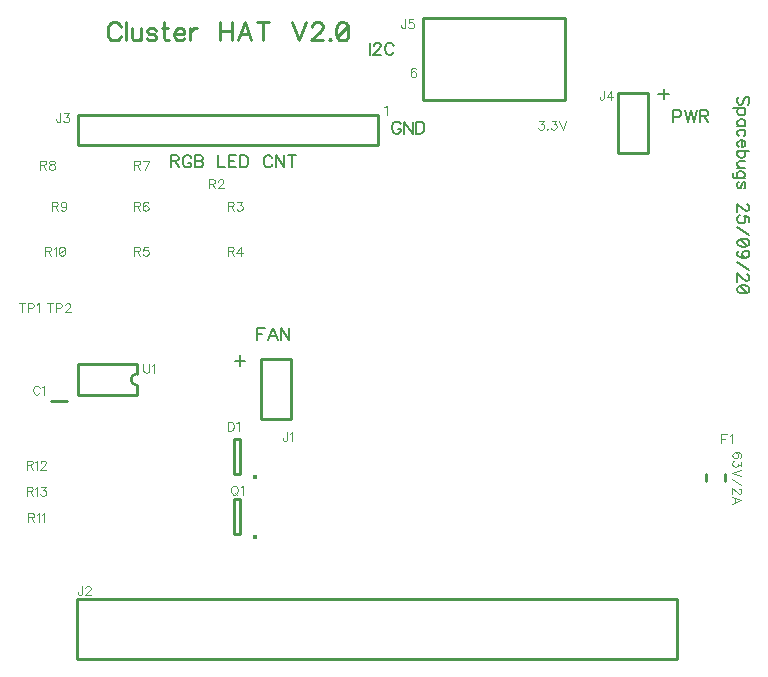
<source format=gbr>
G04 DipTrace 3.3.1.3*
G04 TopSilk.gbr*
%MOIN*%
G04 #@! TF.FileFunction,Legend,Top*
G04 #@! TF.Part,Single*
%ADD10C,0.009843*%
%ADD19C,0.015422*%
%ADD58C,0.004632*%
%ADD59C,0.006176*%
%ADD60C,0.009264*%
%FSLAX26Y26*%
G04*
G70*
G90*
G75*
G01*
G04 TopSilk*
%LPD*%
X606771Y1289840D2*
D10*
X555629D1*
D19*
X1233409Y1037851D3*
X1183267Y1047052D2*
D10*
Y1165157D1*
X1163582D1*
Y1047052D1*
X1183267D1*
X2800165Y1024539D2*
Y1048098D1*
X2737235Y1024539D2*
Y1048098D1*
X2641598Y429489D2*
X641598D1*
Y629489D1*
X2641598D1*
Y429489D1*
X2443700Y2318700D2*
X2543700D1*
Y2118700D1*
X2443700D1*
Y2318700D1*
X2268995Y2293405D2*
X1793405D1*
Y2568995D1*
X2268995D1*
Y2293405D1*
X1256200Y1431200D2*
X1356200D1*
Y1231200D1*
X1256200D1*
Y1431200D1*
X842127Y1413589D2*
X645273D1*
X842127Y1311213D2*
X645273D1*
Y1413589D2*
Y1311213D1*
X842127Y1382095D2*
Y1413589D1*
Y1342706D2*
Y1311213D1*
Y1382095D2*
G03X842127Y1342706I9J-19694D01*
G01*
D19*
X1233409Y837851D3*
X1183267Y847052D2*
D10*
Y965157D1*
X1163582D1*
Y847052D1*
X1183267D1*
X1643720Y2143698D2*
X643680D1*
Y2243700D1*
X1643720D1*
Y2143698D1*
X516704Y1334988D2*
D58*
X515278Y1337840D1*
X512393Y1340725D1*
X509541Y1342151D1*
X503804D1*
X500919Y1340725D1*
X498067Y1337840D1*
X496608Y1334988D1*
X495182Y1330677D1*
Y1323481D1*
X496608Y1319203D1*
X498067Y1316318D1*
X500919Y1313466D1*
X503804Y1312007D1*
X509541D1*
X512393Y1313466D1*
X515278Y1316318D1*
X516704Y1319203D1*
X525967Y1336381D2*
X528852Y1337840D1*
X533163Y1342118D1*
Y1312007D1*
X1143522Y1221591D2*
Y1191447D1*
X1153570D1*
X1157881Y1192906D1*
X1160766Y1195758D1*
X1162192Y1198643D1*
X1163618Y1202920D1*
Y1210117D1*
X1162192Y1214428D1*
X1160766Y1217280D1*
X1157881Y1220165D1*
X1153570Y1221591D1*
X1143522D1*
X1172881Y1215820D2*
X1175767Y1217280D1*
X1180078Y1221557D1*
Y1191447D1*
X2807305Y1179366D2*
X2788635D1*
Y1149222D1*
Y1165007D2*
X2800109D1*
X2816569Y1173596D2*
X2819454Y1175055D1*
X2823765Y1179333D1*
Y1149222D1*
X659097Y673423D2*
Y650475D1*
X657671Y646164D1*
X656212Y644738D1*
X653360Y643279D1*
X650475D1*
X647623Y644738D1*
X646197Y646164D1*
X644738Y650475D1*
Y653327D1*
X669820Y666226D2*
Y667652D1*
X671246Y670537D1*
X672672Y671963D1*
X675557Y673389D1*
X681294D1*
X684146Y671963D1*
X685572Y670537D1*
X687031Y667652D1*
Y664801D1*
X685572Y661915D1*
X682720Y657638D1*
X668361Y643279D1*
X688457D1*
X2397987Y2325134D2*
Y2302186D1*
X2396561Y2297875D1*
X2395102Y2296449D1*
X2392250Y2294990D1*
X2389365D1*
X2386513Y2296449D1*
X2385087Y2297875D1*
X2383628Y2302186D1*
Y2305038D1*
X2421609Y2294990D2*
Y2325101D1*
X2407250Y2305038D1*
X2428772D1*
X1736200Y2562929D2*
Y2539981D1*
X1734774Y2535670D1*
X1733315Y2534244D1*
X1730463Y2532785D1*
X1727578D1*
X1724726Y2534244D1*
X1723300Y2535670D1*
X1721841Y2539981D1*
Y2542833D1*
X1762674Y2562896D2*
X1748348D1*
X1746922Y2549996D1*
X1748348Y2551422D1*
X1752659Y2552881D1*
X1756937D1*
X1761248Y2551422D1*
X1764133Y2548570D1*
X1765559Y2544259D1*
Y2541407D1*
X1764133Y2537096D1*
X1761248Y2534211D1*
X1756937Y2532785D1*
X1752659D1*
X1748348Y2534211D1*
X1746922Y2535670D1*
X1745463Y2538522D1*
X458290Y1617161D2*
Y1587017D1*
X448242Y1617161D2*
X468338D1*
X477602Y1601376D2*
X490535D1*
X494813Y1602802D1*
X496272Y1604261D1*
X497698Y1607113D1*
Y1611424D1*
X496272Y1614276D1*
X494813Y1615735D1*
X490535Y1617161D1*
X477602D1*
Y1587017D1*
X506962Y1611391D2*
X509847Y1612850D1*
X514158Y1617128D1*
Y1587017D1*
X1081571Y2015302D2*
X1094471D1*
X1098782Y2016761D1*
X1100241Y2018187D1*
X1101667Y2021039D1*
Y2023924D1*
X1100241Y2026776D1*
X1098782Y2028235D1*
X1094471Y2029661D1*
X1081571D1*
Y1999517D1*
X1091619Y2015302D2*
X1101667Y1999517D1*
X1112389Y2022465D2*
Y2023891D1*
X1113815Y2026776D1*
X1115241Y2028202D1*
X1118126Y2029628D1*
X1123863D1*
X1126715Y2028202D1*
X1128141Y2026776D1*
X1129600Y2023891D1*
Y2021039D1*
X1128141Y2018154D1*
X1125289Y2013876D1*
X1110930Y1999517D1*
X1131026D1*
X1144071Y1940302D2*
X1156971D1*
X1161282Y1941761D1*
X1162741Y1943187D1*
X1164167Y1946039D1*
Y1948924D1*
X1162741Y1951776D1*
X1161282Y1953235D1*
X1156971Y1954661D1*
X1144071D1*
Y1924517D1*
X1154119Y1940302D2*
X1164167Y1924517D1*
X1176315Y1954628D2*
X1192067D1*
X1183478Y1943154D1*
X1187789D1*
X1190641Y1941728D1*
X1192067Y1940302D1*
X1193526Y1935991D1*
Y1933139D1*
X1192067Y1928828D1*
X1189215Y1925943D1*
X1184904Y1924517D1*
X1180593D1*
X1176315Y1925943D1*
X1174889Y1927402D1*
X1173430Y1930254D1*
X1143358Y1790302D2*
X1156258D1*
X1160569Y1791761D1*
X1162028Y1793187D1*
X1163454Y1796039D1*
Y1798924D1*
X1162028Y1801776D1*
X1160569Y1803235D1*
X1156258Y1804661D1*
X1143358D1*
Y1774517D1*
X1153406Y1790302D2*
X1163454Y1774517D1*
X1187076D2*
Y1804628D1*
X1172717Y1784565D1*
X1194239D1*
X831571Y1790302D2*
X844471D1*
X848782Y1791761D1*
X850241Y1793187D1*
X851667Y1796039D1*
Y1798924D1*
X850241Y1801776D1*
X848782Y1803235D1*
X844471Y1804661D1*
X831571D1*
Y1774517D1*
X841619Y1790302D2*
X851667Y1774517D1*
X878141Y1804628D2*
X863815D1*
X862389Y1791728D1*
X863815Y1793154D1*
X868126Y1794613D1*
X872404D1*
X876715Y1793154D1*
X879600Y1790302D1*
X881026Y1785991D1*
Y1783139D1*
X879600Y1778828D1*
X876715Y1775943D1*
X872404Y1774517D1*
X868126D1*
X863815Y1775943D1*
X862389Y1777402D1*
X860930Y1780254D1*
X832300Y1940302D2*
X845200D1*
X849511Y1941761D1*
X850970Y1943187D1*
X852396Y1946039D1*
Y1948924D1*
X850970Y1951776D1*
X849511Y1953235D1*
X845200Y1954661D1*
X832300D1*
Y1924517D1*
X842348Y1940302D2*
X852396Y1924517D1*
X878871Y1950350D2*
X877445Y1953202D1*
X873134Y1954628D1*
X870282D1*
X865971Y1953202D1*
X863086Y1948891D1*
X861660Y1941728D1*
Y1934565D1*
X863086Y1928828D1*
X865971Y1925943D1*
X870282Y1924517D1*
X871708D1*
X875986Y1925943D1*
X878871Y1928828D1*
X880297Y1933139D1*
Y1934565D1*
X878871Y1938876D1*
X875986Y1941728D1*
X871708Y1943154D1*
X870282D1*
X865971Y1941728D1*
X863086Y1938876D1*
X861660Y1934565D1*
X831571Y2077802D2*
X844471D1*
X848782Y2079261D1*
X850241Y2080687D1*
X851667Y2083539D1*
Y2086424D1*
X850241Y2089276D1*
X848782Y2090735D1*
X844471Y2092161D1*
X831571D1*
Y2062017D1*
X841619Y2077802D2*
X851667Y2062017D1*
X866667D2*
X881026Y2092128D1*
X860930D1*
X519087Y2077802D2*
X531987D1*
X536298Y2079261D1*
X537757Y2080687D1*
X539183Y2083539D1*
Y2086424D1*
X537757Y2089276D1*
X536298Y2090735D1*
X531987Y2092161D1*
X519087D1*
Y2062017D1*
X529135Y2077802D2*
X539183Y2062017D1*
X555610Y2092128D2*
X551332Y2090702D1*
X549873Y2087850D1*
Y2084965D1*
X551332Y2082113D1*
X554184Y2080654D1*
X559921Y2079228D1*
X564232Y2077802D1*
X567084Y2074917D1*
X568510Y2072065D1*
Y2067754D1*
X567084Y2064902D1*
X565658Y2063443D1*
X561347Y2062017D1*
X555610D1*
X551332Y2063443D1*
X549873Y2064902D1*
X548447Y2067754D1*
Y2072065D1*
X549873Y2074917D1*
X552758Y2077802D1*
X557036Y2079228D1*
X562773Y2080654D1*
X565658Y2082113D1*
X567084Y2084965D1*
Y2087850D1*
X565658Y2090702D1*
X561347Y2092128D1*
X555610D1*
X557284Y1940302D2*
X570184D1*
X574495Y1941761D1*
X575954Y1943187D1*
X577380Y1946039D1*
Y1948924D1*
X575954Y1951776D1*
X574495Y1953235D1*
X570184Y1954661D1*
X557284D1*
Y1924517D1*
X567332Y1940302D2*
X577380Y1924517D1*
X605313Y1944613D2*
X603854Y1940302D1*
X601002Y1937417D1*
X596691Y1935991D1*
X595265D1*
X590954Y1937417D1*
X588102Y1940302D1*
X586643Y1944613D1*
Y1946039D1*
X588102Y1950350D1*
X590954Y1953202D1*
X595265Y1954628D1*
X596691D1*
X601002Y1953202D1*
X603854Y1950350D1*
X605313Y1944613D1*
Y1937417D1*
X603854Y1930254D1*
X601002Y1925943D1*
X596691Y1924517D1*
X593839D1*
X589528Y1925943D1*
X588102Y1928828D1*
X535841Y1790302D2*
X548741D1*
X553052Y1791761D1*
X554511Y1793187D1*
X555937Y1796039D1*
Y1798924D1*
X554511Y1801776D1*
X553052Y1803235D1*
X548741Y1804661D1*
X535841D1*
Y1774517D1*
X545889Y1790302D2*
X555937Y1774517D1*
X565200Y1798891D2*
X568085Y1800350D1*
X572396Y1804628D1*
Y1774517D1*
X590282Y1804628D2*
X585971Y1803202D1*
X583086Y1798891D1*
X581660Y1791728D1*
Y1787417D1*
X583086Y1780254D1*
X585971Y1775943D1*
X590282Y1774517D1*
X593134D1*
X597445Y1775943D1*
X600297Y1780254D1*
X601756Y1787417D1*
Y1791728D1*
X600297Y1798891D1*
X597445Y1803202D1*
X593134Y1804628D1*
X590282D1*
X600297Y1798891D2*
X583086Y1780254D1*
X479791Y902802D2*
X492691D1*
X497002Y904261D1*
X498461Y905687D1*
X499887Y908539D1*
Y911424D1*
X498461Y914276D1*
X497002Y915735D1*
X492691Y917161D1*
X479791D1*
Y887017D1*
X489839Y902802D2*
X499887Y887017D1*
X509150Y911391D2*
X512035Y912850D1*
X516346Y917128D1*
Y887017D1*
X525610Y911391D2*
X528495Y912850D1*
X532806Y917128D1*
Y887017D1*
X473341Y1077802D2*
X486241D1*
X490552Y1079261D1*
X492011Y1080687D1*
X493437Y1083539D1*
Y1086424D1*
X492011Y1089276D1*
X490552Y1090735D1*
X486241Y1092161D1*
X473341D1*
Y1062017D1*
X483389Y1077802D2*
X493437Y1062017D1*
X502700Y1086391D2*
X505585Y1087850D1*
X509896Y1092128D1*
Y1062017D1*
X520619Y1084965D2*
Y1086391D1*
X522045Y1089276D1*
X523471Y1090702D1*
X526356Y1092128D1*
X532093D1*
X534945Y1090702D1*
X536371Y1089276D1*
X537830Y1086391D1*
Y1083539D1*
X536371Y1080654D1*
X533519Y1076376D1*
X519160Y1062017D1*
X539256D1*
X473341Y990302D2*
X486241D1*
X490552Y991761D1*
X492011Y993187D1*
X493437Y996039D1*
Y998924D1*
X492011Y1001776D1*
X490552Y1003235D1*
X486241Y1004661D1*
X473341D1*
Y974517D1*
X483389Y990302D2*
X493437Y974517D1*
X502700Y998891D2*
X505585Y1000350D1*
X509896Y1004628D1*
Y974517D1*
X522045Y1004628D2*
X537797D1*
X529208Y993154D1*
X533519D1*
X536371Y991728D1*
X537797Y990302D1*
X539256Y985991D1*
Y983139D1*
X537797Y978828D1*
X534945Y975943D1*
X530634Y974517D1*
X526323D1*
X522045Y975943D1*
X520619Y977402D1*
X519160Y980254D1*
X1342650Y1187634D2*
Y1164686D1*
X1341224Y1160375D1*
X1339765Y1158949D1*
X1336913Y1157490D1*
X1334028D1*
X1331176Y1158949D1*
X1329750Y1160375D1*
X1328291Y1164686D1*
Y1167538D1*
X1351913Y1181864D2*
X1354798Y1183323D1*
X1359109Y1187601D1*
Y1157490D1*
X551840Y1617161D2*
Y1587017D1*
X541792Y1617161D2*
X561888D1*
X571152Y1601376D2*
X584085D1*
X588363Y1602802D1*
X589822Y1604261D1*
X591248Y1607113D1*
Y1611424D1*
X589822Y1614276D1*
X588363Y1615735D1*
X584085Y1617161D1*
X571152D1*
Y1587017D1*
X601971Y1609965D2*
Y1611391D1*
X603397Y1614276D1*
X604823Y1615702D1*
X607708Y1617128D1*
X613445D1*
X616297Y1615702D1*
X617722Y1614276D1*
X619182Y1611391D1*
Y1608539D1*
X617722Y1605654D1*
X614871Y1601376D1*
X600512Y1587017D1*
X620608D1*
X862922Y1414504D2*
Y1392982D1*
X864348Y1388671D1*
X867233Y1385819D1*
X871544Y1384360D1*
X874396D1*
X878707Y1385819D1*
X881592Y1388671D1*
X883018Y1392982D1*
Y1414504D1*
X892282Y1408734D2*
X895167Y1410193D1*
X899478Y1414471D1*
Y1384360D1*
X1163201Y1009091D2*
X1160350Y1007698D1*
X1157464Y1004813D1*
X1156038Y1001928D1*
X1154579Y997617D1*
Y990454D1*
X1156038Y986143D1*
X1157464Y983291D1*
X1160350Y980406D1*
X1163201Y978980D1*
X1168938D1*
X1171823Y980406D1*
X1174675Y983291D1*
X1176101Y986143D1*
X1177560Y990454D1*
Y997617D1*
X1176101Y1001928D1*
X1174675Y1004813D1*
X1171823Y1007698D1*
X1168938Y1009091D1*
X1163201D1*
X1167512Y984717D2*
X1176101Y976095D1*
X1186824Y1003320D2*
X1189709Y1004780D1*
X1194020Y1009057D1*
Y978947D1*
X586200Y2250134D2*
Y2227186D1*
X584774Y2222875D1*
X583315Y2221449D1*
X580463Y2219990D1*
X577578D1*
X574726Y2221449D1*
X573300Y2222875D1*
X571841Y2227186D1*
Y2230038D1*
X598348Y2250101D2*
X614100D1*
X605511Y2238627D1*
X609822D1*
X612674Y2237201D1*
X614100Y2235775D1*
X615559Y2231464D1*
Y2228612D1*
X614100Y2224301D1*
X611248Y2221416D1*
X606937Y2219990D1*
X602626D1*
X598348Y2221416D1*
X596922Y2222875D1*
X595463Y2225727D1*
X954657Y2090619D2*
D59*
X971856D1*
X977605Y2092564D1*
X979550Y2094466D1*
X981451Y2098268D1*
Y2102115D1*
X979550Y2105918D1*
X977605Y2107863D1*
X971856Y2109764D1*
X954657D1*
Y2069572D1*
X968054Y2090619D2*
X981451Y2069572D1*
X1022499Y2100214D2*
X1020597Y2104016D1*
X1016751Y2107863D1*
X1012948Y2109764D1*
X1005299D1*
X1001452Y2107863D1*
X997649Y2104016D1*
X995704Y2100214D1*
X993803Y2094466D1*
Y2084871D1*
X995704Y2079167D1*
X997649Y2075320D1*
X1001452Y2071518D1*
X1005299Y2069572D1*
X1012948D1*
X1016751Y2071518D1*
X1020597Y2075320D1*
X1022499Y2079167D1*
Y2084871D1*
X1012948D1*
X1034850Y2109764D2*
Y2069572D1*
X1052094D1*
X1057842Y2071518D1*
X1059743Y2073419D1*
X1061645Y2077222D1*
Y2082970D1*
X1059743Y2086816D1*
X1057842Y2088718D1*
X1052094Y2090619D1*
X1057842Y2092564D1*
X1059743Y2094466D1*
X1061645Y2098268D1*
Y2102115D1*
X1059743Y2105918D1*
X1057842Y2107863D1*
X1052094Y2109764D1*
X1034850D1*
Y2090619D2*
X1052094D1*
X1112877Y2109764D2*
Y2069572D1*
X1135825D1*
X1173025Y2109764D2*
X1148176D1*
Y2069572D1*
X1173025D1*
X1148176Y2090619D2*
X1163475D1*
X1185377Y2109764D2*
Y2069572D1*
X1198774D1*
X1204522Y2071518D1*
X1208369Y2075320D1*
X1210270Y2079167D1*
X1212171Y2084871D1*
Y2094466D1*
X1210270Y2100214D1*
X1208369Y2104016D1*
X1204522Y2107863D1*
X1198774Y2109764D1*
X1185377D1*
X1292100Y2100214D2*
X1290198Y2104016D1*
X1286352Y2107863D1*
X1282549Y2109764D1*
X1274900D1*
X1271053Y2107863D1*
X1267250Y2104016D1*
X1265305Y2100214D1*
X1263404Y2094466D1*
Y2084871D1*
X1265305Y2079167D1*
X1267250Y2075320D1*
X1271053Y2071518D1*
X1274900Y2069572D1*
X1282549D1*
X1286352Y2071518D1*
X1290198Y2075320D1*
X1292100Y2079167D1*
X1331246Y2109764D2*
Y2069572D1*
X1304451Y2109764D1*
Y2069572D1*
X1356994Y2109764D2*
Y2069572D1*
X1343597Y2109764D2*
X1370392D1*
X2629657Y2238718D2*
X2646901D1*
X2652605Y2240619D1*
X2654550Y2242564D1*
X2656451Y2246367D1*
Y2252115D1*
X2654550Y2255918D1*
X2652605Y2257863D1*
X2646901Y2259764D1*
X2629657D1*
Y2219572D1*
X2668803Y2259764D2*
X2678397Y2219572D1*
X2687948Y2259764D1*
X2697499Y2219572D1*
X2707093Y2259764D1*
X2719445Y2240619D2*
X2736645D1*
X2742393Y2242564D1*
X2744338Y2244466D1*
X2746239Y2248268D1*
Y2252115D1*
X2744338Y2255918D1*
X2742393Y2257863D1*
X2736645Y2259764D1*
X2719445D1*
Y2219572D1*
X2732842Y2240619D2*
X2746239Y2219572D1*
X1267051Y1534766D2*
X1242158D1*
Y1494574D1*
Y1515620D2*
X1257457D1*
X1310044Y1494574D2*
X1294701Y1534766D1*
X1279403Y1494574D1*
X1285151Y1507971D2*
X1304296D1*
X1349190Y1534766D2*
Y1494574D1*
X1322396Y1534766D1*
Y1494574D1*
X1617157Y2484764D2*
Y2444572D1*
X1631454Y2475169D2*
Y2477071D1*
X1633355Y2480918D1*
X1635256Y2482819D1*
X1639103Y2484720D1*
X1646752D1*
X1650555Y2482819D1*
X1652456Y2480918D1*
X1654401Y2477071D1*
Y2473268D1*
X1652456Y2469421D1*
X1648653Y2463718D1*
X1629508Y2444572D1*
X1656303D1*
X1697350Y2475214D2*
X1695449Y2479016D1*
X1691602Y2482863D1*
X1687799Y2484764D1*
X1680150D1*
X1676303Y2482863D1*
X1672501Y2479016D1*
X1670555Y2475214D1*
X1668654Y2469466D1*
Y2459871D1*
X1670555Y2454167D1*
X1672501Y2450320D1*
X1676303Y2446518D1*
X1680150Y2444572D1*
X1687799D1*
X1691602Y2446518D1*
X1695449Y2450320D1*
X1697350Y2454167D1*
X2181770Y2225623D2*
D58*
X2197522D1*
X2188933Y2214149D1*
X2193244D1*
X2196096Y2212723D1*
X2197522Y2211297D1*
X2198981Y2206986D1*
Y2204134D1*
X2197522Y2199823D1*
X2194670Y2196938D1*
X2190359Y2195512D1*
X2186048D1*
X2181770Y2196938D1*
X2180344Y2198397D1*
X2178885Y2201249D1*
X2209670Y2198397D2*
X2208244Y2196938D1*
X2209670Y2195512D1*
X2211129Y2196938D1*
X2209670Y2198397D1*
X2223278Y2225623D2*
X2239030D1*
X2230441Y2214149D1*
X2234752D1*
X2237604Y2212723D1*
X2239030Y2211297D1*
X2240489Y2206986D1*
Y2204134D1*
X2239030Y2199823D1*
X2236178Y2196938D1*
X2231867Y2195512D1*
X2227556D1*
X2223278Y2196938D1*
X2221852Y2198397D1*
X2220393Y2201249D1*
X2249752Y2225656D2*
X2261226Y2195512D1*
X2272700Y2225656D1*
X1771096Y2396345D2*
X1769670Y2399197D1*
X1765359Y2400623D1*
X1762507D1*
X1758196Y2399197D1*
X1755311Y2394886D1*
X1753885Y2387723D1*
Y2380560D1*
X1755311Y2374823D1*
X1758196Y2371938D1*
X1762507Y2370512D1*
X1763933D1*
X1768211Y2371938D1*
X1771096Y2374823D1*
X1772522Y2379134D1*
Y2380560D1*
X1771096Y2384871D1*
X1768211Y2387723D1*
X1763933Y2389149D1*
X1762507D1*
X1758196Y2387723D1*
X1755311Y2384871D1*
X1753885Y2380560D1*
X1185900Y1442825D2*
D59*
Y1408381D1*
X1168700Y1425581D2*
X1203144D1*
X786744Y2538654D2*
D60*
X783893Y2544357D1*
X778122Y2550128D1*
X772419Y2552979D1*
X760945D1*
X755174Y2550128D1*
X749471Y2544357D1*
X746552Y2538654D1*
X743701Y2530032D1*
Y2515639D1*
X746552Y2507084D1*
X749471Y2501314D1*
X755174Y2495610D1*
X760945Y2492691D1*
X772419D1*
X778122Y2495610D1*
X783893Y2501314D1*
X786744Y2507084D1*
X805272Y2552979D2*
Y2492691D1*
X823799Y2532883D2*
Y2504165D1*
X826651Y2495610D1*
X832421Y2492691D1*
X841043D1*
X846747Y2495610D1*
X855369Y2504165D1*
Y2532883D2*
Y2492691D1*
X905466Y2524261D2*
X902614Y2530032D1*
X893992Y2532883D1*
X885370D1*
X876748Y2530032D1*
X873896Y2524261D1*
X876748Y2518558D1*
X882518Y2515639D1*
X896844Y2512787D1*
X902614Y2509936D1*
X905466Y2504165D1*
Y2501314D1*
X902614Y2495610D1*
X893992Y2492691D1*
X885370D1*
X876748Y2495610D1*
X873896Y2501314D1*
X932615Y2552979D2*
Y2504165D1*
X935467Y2495610D1*
X941237Y2492691D1*
X946941D1*
X923993Y2532883D2*
X944089D1*
X965468Y2515639D2*
X999890D1*
Y2521410D1*
X997038Y2527180D1*
X994186Y2530032D1*
X988416Y2532883D1*
X979794D1*
X974090Y2530032D1*
X968320Y2524261D1*
X965468Y2515639D1*
Y2509936D1*
X968320Y2501314D1*
X974090Y2495610D1*
X979794Y2492691D1*
X988416D1*
X994186Y2495610D1*
X999890Y2501314D1*
X1018417Y2532883D2*
Y2492691D1*
Y2515639D2*
X1021335Y2524261D1*
X1027039Y2530032D1*
X1032809Y2532883D1*
X1041431D1*
X1118279Y2552979D2*
Y2492691D1*
X1158471Y2552979D2*
Y2492691D1*
X1118279Y2524261D2*
X1158471D1*
X1222960Y2492691D2*
X1199946Y2552979D1*
X1176998Y2492691D1*
X1185620Y2512787D2*
X1214338D1*
X1261584Y2552979D2*
Y2492691D1*
X1241488Y2552979D2*
X1281680D1*
X1358528D2*
X1381476Y2492691D1*
X1404424Y2552979D1*
X1425869Y2538587D2*
Y2541439D1*
X1428721Y2547209D1*
X1431573Y2550061D1*
X1437343Y2552913D1*
X1448817D1*
X1454521Y2550061D1*
X1457373Y2547209D1*
X1460291Y2541439D1*
Y2535735D1*
X1457373Y2529965D1*
X1451669Y2521410D1*
X1422951Y2492691D1*
X1463143D1*
X1484522Y2498462D2*
X1481670Y2495543D1*
X1484522Y2492691D1*
X1487440Y2495543D1*
X1484522Y2498462D1*
X1523211Y2552913D2*
X1514589Y2550061D1*
X1508819Y2541439D1*
X1505967Y2527113D1*
Y2518491D1*
X1508819Y2504165D1*
X1514589Y2495543D1*
X1523211Y2492691D1*
X1528915D1*
X1537537Y2495543D1*
X1543241Y2504165D1*
X1546159Y2518491D1*
Y2527113D1*
X1543241Y2541439D1*
X1537537Y2550061D1*
X1528915Y2552913D1*
X1523211D1*
X1543241Y2541439D2*
X1508819Y2504165D1*
X2877151Y2278702D2*
D59*
X2880998Y2282504D1*
X2882899Y2288252D1*
Y2295902D1*
X2880998Y2301650D1*
X2877151Y2305497D1*
X2873349D1*
X2869502Y2303551D1*
X2867601Y2301650D1*
X2865700Y2297847D1*
X2861853Y2286351D1*
X2859951Y2282504D1*
X2858006Y2280603D1*
X2854203Y2278702D1*
X2848455D1*
X2844653Y2282504D1*
X2842707Y2288253D1*
Y2295902D1*
X2844653Y2301650D1*
X2848455Y2305497D1*
X2869502Y2266351D2*
X2829310D1*
X2863754D2*
X2867557Y2262504D1*
X2869502Y2258701D1*
Y2252953D1*
X2867557Y2249106D1*
X2863754Y2245304D1*
X2858006Y2243358D1*
X2854159D1*
X2848455Y2245304D1*
X2844609Y2249106D1*
X2842707Y2252953D1*
Y2258701D1*
X2844609Y2262504D1*
X2848455Y2266351D1*
X2869502Y2208059D2*
X2842707D1*
X2863754D2*
X2867601Y2211862D1*
X2869502Y2215708D1*
Y2221412D1*
X2867601Y2225259D1*
X2863754Y2229062D1*
X2858006Y2231007D1*
X2854203D1*
X2848455Y2229062D1*
X2844653Y2225259D1*
X2842707Y2221412D1*
Y2215708D1*
X2844653Y2211862D1*
X2848455Y2208059D1*
X2863754Y2172716D2*
X2867601Y2176562D1*
X2869502Y2180409D1*
Y2186113D1*
X2867601Y2189960D1*
X2863754Y2193762D1*
X2858006Y2195708D1*
X2854203D1*
X2848455Y2193762D1*
X2844653Y2189960D1*
X2842707Y2186113D1*
Y2180409D1*
X2844653Y2176562D1*
X2848455Y2172716D1*
X2858006Y2160364D2*
Y2137416D1*
X2861853D1*
X2865700Y2139318D1*
X2867601Y2141219D1*
X2869502Y2145066D1*
Y2150814D1*
X2867601Y2154616D1*
X2863754Y2158463D1*
X2858006Y2160364D1*
X2854203D1*
X2848455Y2158463D1*
X2844653Y2154616D1*
X2842707Y2150814D1*
Y2145066D1*
X2844653Y2141219D1*
X2848455Y2137416D1*
X2882899Y2125065D2*
X2842707D1*
X2863754D2*
X2867601Y2121218D1*
X2869502Y2117416D1*
Y2111668D1*
X2867601Y2107865D1*
X2863754Y2104018D1*
X2858006Y2102117D1*
X2854203D1*
X2848455Y2104018D1*
X2844653Y2107865D1*
X2842707Y2111668D1*
Y2117416D1*
X2844653Y2121218D1*
X2848455Y2125065D1*
X2869502Y2089766D2*
X2850357D1*
X2844653Y2087864D1*
X2842707Y2084018D1*
Y2078270D1*
X2844653Y2074467D1*
X2850357Y2068719D1*
X2869502D2*
X2842707D1*
X2867601Y2033420D2*
X2836959D1*
X2831256Y2035321D1*
X2829310Y2037222D1*
X2827409Y2041069D1*
Y2046817D1*
X2829310Y2050620D1*
X2861853Y2033420D2*
X2865655Y2037222D1*
X2867601Y2041069D1*
Y2046817D1*
X2865655Y2050620D1*
X2861853Y2054466D1*
X2856105Y2056368D1*
X2852258D1*
X2846554Y2054466D1*
X2842707Y2050620D1*
X2840806Y2046817D1*
Y2041069D1*
X2842707Y2037222D1*
X2846554Y2033420D1*
X2863754Y2000022D2*
X2867601Y2001923D1*
X2869502Y2007671D1*
Y2013419D1*
X2867601Y2019167D1*
X2863754Y2021068D1*
X2859952Y2019167D1*
X2858006Y2015320D1*
X2856105Y2005770D1*
X2854203Y2001923D1*
X2850357Y2000022D1*
X2848455D1*
X2844653Y2001923D1*
X2842707Y2007671D1*
Y2013419D1*
X2844653Y2019167D1*
X2848455Y2021068D1*
X2873305Y1946844D2*
X2875206D1*
X2879053Y1944943D1*
X2880954Y1943041D1*
X2882855Y1939195D1*
Y1931545D1*
X2880954Y1927743D1*
X2879053Y1925842D1*
X2875206Y1923896D1*
X2871403D1*
X2867557Y1925842D1*
X2861853Y1929644D1*
X2842707Y1948789D1*
Y1921995D1*
X2882855Y1886695D2*
Y1905797D1*
X2865655Y1907698D1*
X2867557Y1905797D1*
X2869502Y1900049D1*
Y1894345D1*
X2867557Y1888597D1*
X2863754Y1884750D1*
X2858006Y1882849D1*
X2854204D1*
X2848455Y1884750D1*
X2844609Y1888597D1*
X2842707Y1894345D1*
Y1900049D1*
X2844609Y1905797D1*
X2846554Y1907698D1*
X2850357Y1909643D1*
X2842707Y1870497D2*
X2882855Y1843703D1*
Y1819855D2*
X2880954Y1825603D1*
X2875206Y1829450D1*
X2865655Y1831351D1*
X2859907D1*
X2850357Y1829450D1*
X2844609Y1825603D1*
X2842707Y1819855D1*
Y1816053D1*
X2844609Y1810305D1*
X2850357Y1806502D1*
X2859907Y1804557D1*
X2865655D1*
X2875206Y1806502D1*
X2880954Y1810305D1*
X2882855Y1816053D1*
Y1819855D1*
X2875206Y1806502D2*
X2850357Y1829450D1*
X2869502Y1767312D2*
X2863754Y1769257D1*
X2859907Y1773060D1*
X2858006Y1778808D1*
Y1780709D1*
X2859907Y1786457D1*
X2863754Y1790260D1*
X2869502Y1792205D1*
X2871403D1*
X2877151Y1790260D1*
X2880954Y1786457D1*
X2882855Y1780709D1*
Y1778808D1*
X2880954Y1773060D1*
X2877151Y1769257D1*
X2869502Y1767312D1*
X2859907D1*
X2850357Y1769257D1*
X2844609Y1773060D1*
X2842707Y1778808D1*
Y1782610D1*
X2844609Y1788358D1*
X2848455Y1790260D1*
X2842707Y1754960D2*
X2882855Y1728166D1*
X2873305Y1713869D2*
X2875206D1*
X2879053Y1711968D1*
X2880954Y1710066D1*
X2882855Y1706220D1*
Y1698570D1*
X2880954Y1694768D1*
X2879053Y1692866D1*
X2875206Y1690921D1*
X2871403D1*
X2867557Y1692866D1*
X2861853Y1696669D1*
X2842707Y1715814D1*
Y1689020D1*
X2882855Y1665172D2*
X2880954Y1670920D1*
X2875206Y1674767D1*
X2865655Y1676668D1*
X2859907D1*
X2850357Y1674767D1*
X2844609Y1670920D1*
X2842707Y1665172D1*
Y1661370D1*
X2844609Y1655622D1*
X2850357Y1651819D1*
X2859907Y1649874D1*
X2865655D1*
X2875206Y1651819D1*
X2880954Y1655622D1*
X2882855Y1661370D1*
Y1665172D1*
X2875206Y1651819D2*
X2850357Y1674767D1*
X1666385Y2269886D2*
D58*
X1669270Y2271345D1*
X1673581Y2275623D1*
Y2245512D1*
X2852039Y1102151D2*
X2854891Y1103577D1*
X2856317Y1107888D1*
Y1110740D1*
X2854891Y1115051D1*
X2850580Y1117936D1*
X2843417Y1119362D1*
X2836254D1*
X2830517Y1117936D1*
X2827632Y1115051D1*
X2826206Y1110740D1*
Y1109314D1*
X2827632Y1105036D1*
X2830517Y1102151D1*
X2834828Y1100725D1*
X2836254D1*
X2840565Y1102151D1*
X2843417Y1105036D1*
X2844843Y1109314D1*
Y1110740D1*
X2843417Y1115051D1*
X2840565Y1117936D1*
X2836254Y1119362D1*
X2856317Y1088576D2*
Y1072824D1*
X2844843Y1081413D1*
Y1077102D1*
X2843417Y1074250D1*
X2841991Y1072824D1*
X2837680Y1071365D1*
X2834828D1*
X2830517Y1072824D1*
X2827632Y1075676D1*
X2826206Y1079987D1*
Y1084298D1*
X2827632Y1088576D1*
X2829091Y1090002D1*
X2831943Y1091461D1*
X2856350Y1062102D2*
X2826206Y1050628D1*
X2856350Y1039154D1*
X2826206Y1029890D2*
X2856317Y1009794D1*
X2849154Y999072D2*
X2850580D1*
X2853465Y997646D1*
X2854891Y996220D1*
X2856317Y993335D1*
Y987598D1*
X2854891Y984746D1*
X2853465Y983320D1*
X2850580Y981861D1*
X2847728D1*
X2844843Y983320D1*
X2840565Y986172D1*
X2826206Y1000531D1*
Y980435D1*
Y948190D2*
X2856350Y959697D1*
X2826206Y971171D1*
X2836254Y966860D2*
Y952501D1*
X2596856Y2331868D2*
D59*
Y2297424D1*
X2579657Y2314624D2*
X2614101D1*
X1720853Y2212714D2*
X1718951Y2216516D1*
X1715105Y2220363D1*
X1711302Y2222264D1*
X1703653D1*
X1699806Y2220363D1*
X1696003Y2216516D1*
X1694058Y2212714D1*
X1692157Y2206966D1*
Y2197371D1*
X1694058Y2191667D1*
X1696003Y2187820D1*
X1699806Y2184018D1*
X1703653Y2182072D1*
X1711302D1*
X1715105Y2184018D1*
X1718951Y2187820D1*
X1720853Y2191667D1*
Y2197371D1*
X1711302D1*
X1759999Y2222264D2*
Y2182072D1*
X1733204Y2222264D1*
Y2182072D1*
X1772350Y2222264D2*
Y2182072D1*
X1785747D1*
X1791495Y2184018D1*
X1795342Y2187820D1*
X1797243Y2191667D1*
X1799145Y2197371D1*
Y2206966D1*
X1797243Y2212714D1*
X1795342Y2216516D1*
X1791495Y2220363D1*
X1785747Y2222264D1*
X1772350D1*
M02*

</source>
